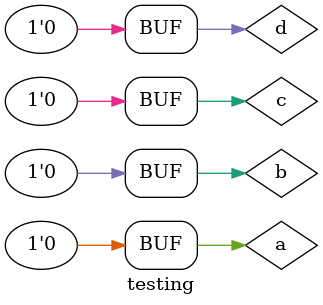
<source format=v>
`timescale 1ns / 1ps


module testing;

	// Inputs
	reg a;
	reg b;
	reg c;
	reg d;

	// Instantiate the Unit Under Test (UUT)
	Main uut (
		.a(a), 
		.b(b), 
		.c(c), 
		.d(d)
	);

	initial begin
		// Initialize Inputs
		a = 0;
		b = 0;
		c = 0;
		d = 0;

		// Wait 100 ns for global reset to finish
		#100;
        
		// Add stimulus here

	end
      
endmodule


</source>
